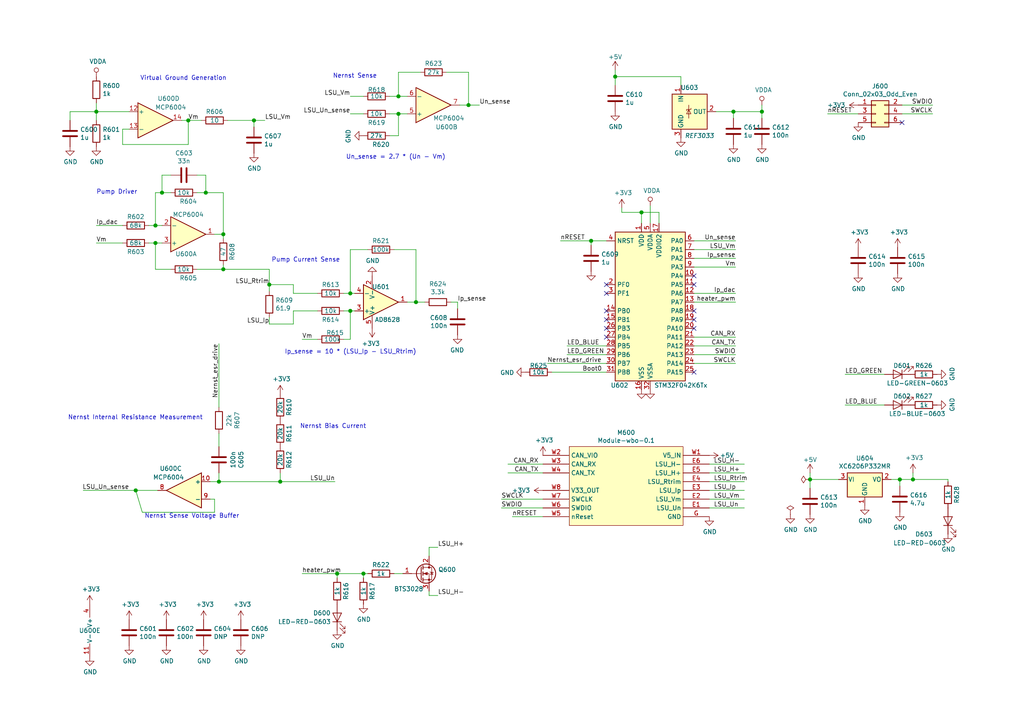
<source format=kicad_sch>
(kicad_sch (version 20210406) (generator eeschema)
  (paper "A4")
  (lib_symbols
    (symbol "Connector_Generic:Conn_02x03_Odd_Even" (pin_names (offset 1.016) hide)
      (property "Reference" "J" (at 1.27 5.08 0))
      (property "Value" "Conn_02x03_Odd_Even" (at 1.27 -5.08 0))
      (symbol "Conn_02x03_Odd_Even_1_1"
        (pin passive line (at -5.08 2.54 0) (length 3.81) (name "Pin_1") (number "1"))
        (pin passive line (at 7.62 2.54 180) (length 3.81) (name "Pin_2") (number "2"))
        (pin passive line (at -5.08 0 0) (length 3.81) (name "Pin_3") (number "3"))
        (pin passive line (at 7.62 0 180) (length 3.81) (name "Pin_4") (number "4"))
        (pin passive line (at -5.08 -2.54 0) (length 3.81) (name "Pin_5") (number "5"))
        (pin passive line (at 7.62 -2.54 180) (length 3.81) (name "Pin_6") (number "6"))
      )
    )
    (symbol "hellen-one-wbo-0.1:Module-wbo-0.1"
      (property "Reference" "M" (at 1.27 1.27 0))
      (property "Value" "Module-wbo-0.1" (at 8.89 -24.13 0))
      (symbol "Module-wbo-0.1_1_0"
        (pin passive line (at 40.64 -17.78 180) (length 7.62) (name "LSU_Un") (number "E1"))
        (pin passive line (at 40.64 -15.24 180) (length 7.62) (name "LSU_Vm") (number "E2"))
        (pin passive line (at 40.64 -12.7 180) (length 7.62) (name "LSU_Ip") (number "E3"))
        (pin passive line (at 40.64 -10.16 180) (length 7.62) (name "LSU_Rtrim") (number "E4"))
        (pin passive line (at 40.64 -7.62 180) (length 7.62) (name "LSU_H+") (number "E5"))
        (pin passive line (at 40.64 -5.08 180) (length 7.62) (name "LSU_H-") (number "E6"))
        (pin passive line (at 40.64 -20.32 180) (length 7.62) (name "GND") (number "G"))
        (pin passive line (at 40.64 -2.54 180) (length 7.62) (name "V5_IN") (number "W1"))
        (pin passive line (at -7.62 -2.54 0) (length 7.62) (name "CAN_VIO") (number "W2"))
        (pin passive line (at -7.62 -5.08 0) (length 7.62) (name "CAN_RX") (number "W3"))
        (pin passive line (at -7.62 -7.62 0) (length 7.62) (name "CAN_TX") (number "W4"))
        (pin passive line (at -7.62 -20.32 0) (length 7.62) (name "nReset") (number "W5"))
        (pin passive line (at -7.62 -17.78 0) (length 7.62) (name "SWDIO") (number "W6"))
        (pin passive line (at -7.62 -15.24 0) (length 7.62) (name "SWCLK") (number "W7"))
        (pin passive line (at -7.62 -12.7 0) (length 7.62) (name "V33_OUT") (number "W8"))
      )
    )
    (symbol "hellen1-wbo-rescue:+3.3V-power" (power) (pin_names (offset 0))
      (property "Value" "+3.3V-power" (at 0 3.556 0))
      (symbol "+3.3V-power_1_1"
        (pin power_in line (at 0 0 90) (length 0) hide (name "+3V3") (number "1"))
      )
    )
    (symbol "hellen1-wbo-rescue:+5V-power" (power) (pin_names (offset 0))
      (property "Value" "+5V-power" (at 0 3.556 0))
      (symbol "+5V-power_1_1"
        (pin power_in line (at 0 0 90) (length 0) hide (name "+5V") (number "1"))
      )
    )
    (symbol "hellen1-wbo-rescue:AD8603-Amplifier_Operational" (pin_names (offset 0.127))
      (property "Reference" "U" (at 0 5.08 0))
      (property "Value" "AD8603-Amplifier_Operational" (at 0 -5.08 0))
      (symbol "AD8603-Amplifier_Operational_0_1"
        (pin power_in line (at -2.54 -7.62 90) (length 3.81) (name "V-") (number "2"))
        (pin power_in line (at -2.54 7.62 270) (length 3.81) (name "V+") (number "5"))
      )
      (symbol "AD8603-Amplifier_Operational_1_1"
        (pin output line (at 7.62 0 180) (length 2.54) (name "~") (number "1"))
        (pin input line (at -7.62 2.54 0) (length 2.54) (name "+") (number "3"))
        (pin input line (at -7.62 -2.54 0) (length 2.54) (name "-") (number "4"))
      )
    )
    (symbol "hellen1-wbo-rescue:C-Device" (pin_numbers hide) (pin_names (offset 0.254))
      (property "Reference" "C" (at 0.635 2.54 0))
      (property "Value" "C-Device" (at 0.635 -2.54 0))
      (symbol "C-Device_1_1"
        (pin passive line (at 0 3.81 270) (length 2.794) (name "~") (number "1"))
        (pin passive line (at 0 -3.81 90) (length 2.794) (name "~") (number "2"))
      )
    )
    (symbol "hellen1-wbo-rescue:GND-power" (power) (pin_names (offset 0))
      (property "Value" "GND-power" (at 0 -3.81 0))
      (symbol "GND-power_1_1"
        (pin power_in line (at 0 0 270) (length 0) hide (name "GND") (number "1"))
      )
    )
    (symbol "hellen1-wbo-rescue:LED-Device" (pin_numbers hide) (pin_names (offset 1.016) hide)
      (property "Reference" "D" (at 0 2.54 0))
      (property "Value" "LED-Device" (at 0 -2.54 0))
      (symbol "LED-Device_1_1"
        (pin passive line (at -3.81 0 0) (length 2.54) (name "K") (number "1"))
        (pin passive line (at 3.81 0 180) (length 2.54) (name "A") (number "2"))
      )
    )
    (symbol "hellen1-wbo-rescue:MCP6004-Amplifier_Operational" (pin_names (offset 0.127))
      (property "Reference" "U" (at 0 5.08 0))
      (property "Value" "MCP6004-Amplifier_Operational" (at 0 -5.08 0))
      (symbol "MCP6004-Amplifier_Operational_1_1"
        (pin output line (at 7.62 0 180) (length 2.54) (name "~") (number "1"))
        (pin input line (at -7.62 -2.54 0) (length 2.54) (name "-") (number "2"))
        (pin input line (at -7.62 2.54 0) (length 2.54) (name "+") (number "3"))
      )
      (symbol "MCP6004-Amplifier_Operational_2_1"
        (pin input line (at -7.62 2.54 0) (length 2.54) (name "+") (number "5"))
        (pin input line (at -7.62 -2.54 0) (length 2.54) (name "-") (number "6"))
        (pin output line (at 7.62 0 180) (length 2.54) (name "~") (number "7"))
      )
      (symbol "MCP6004-Amplifier_Operational_3_1"
        (pin input line (at -7.62 2.54 0) (length 2.54) (name "+") (number "10"))
        (pin output line (at 7.62 0 180) (length 2.54) (name "~") (number "8"))
        (pin input line (at -7.62 -2.54 0) (length 2.54) (name "-") (number "9"))
      )
      (symbol "MCP6004-Amplifier_Operational_4_1"
        (pin input line (at -7.62 2.54 0) (length 2.54) (name "+") (number "12"))
        (pin input line (at -7.62 -2.54 0) (length 2.54) (name "-") (number "13"))
        (pin output line (at 7.62 0 180) (length 2.54) (name "~") (number "14"))
      )
      (symbol "MCP6004-Amplifier_Operational_5_1"
        (pin power_in line (at -2.54 -7.62 90) (length 3.81) (name "V-") (number "11"))
        (pin power_in line (at -2.54 7.62 270) (length 3.81) (name "V+") (number "4"))
      )
    )
    (symbol "hellen1-wbo-rescue:PWR_FLAG-power" (power) (pin_numbers hide) (pin_names (offset 0) hide)
      (property "Value" "PWR_FLAG-power" (at 0 3.81 0))
      (symbol "PWR_FLAG-power_0_0"
        (pin power_out line (at 0 0 90) (length 0) (name "pwr") (number "1"))
      )
    )
    (symbol "hellen1-wbo-rescue:Q_NMOS_GDS-Device" (pin_names (offset 0) hide)
      (property "Reference" "Q" (at 5.08 1.27 0))
      (property "Value" "Q_NMOS_GDS-Device" (at 5.08 -1.27 0))
      (symbol "Q_NMOS_GDS-Device_1_1"
        (pin input line (at -5.08 0 0) (length 2.54) (name "G") (number "1"))
        (pin passive line (at 2.54 5.08 270) (length 2.54) (name "D") (number "2"))
        (pin passive line (at 2.54 -5.08 90) (length 2.54) (name "S") (number "3"))
      )
    )
    (symbol "hellen1-wbo-rescue:R-Device" (pin_numbers hide) (pin_names (offset 0))
      (property "Reference" "R" (at 2.032 0 90))
      (property "Value" "R-Device" (at 0 0 90))
      (symbol "R-Device_1_1"
        (pin passive line (at 0 3.81 270) (length 1.27) (name "~") (number "1"))
        (pin passive line (at 0 -3.81 90) (length 1.27) (name "~") (number "2"))
      )
    )
    (symbol "hellen1-wbo-rescue:REF3033-Reference_Voltage" (pin_names (offset 0.254))
      (property "Reference" "U" (at 0 6.35 0))
      (property "Value" "REF3033-Reference_Voltage" (at 2.54 -6.35 0))
      (symbol "REF3033-Reference_Voltage_1_1"
        (pin power_in line (at -2.54 7.62 270) (length 2.54) (name "IN") (number "1"))
        (pin power_out line (at 7.62 0 180) (length 2.54) (name "OUT") (number "2"))
        (pin power_in line (at -2.54 -7.62 90) (length 2.54) (name "GND") (number "3"))
      )
    )
    (symbol "hellen1-wbo-rescue:STM32F042K6Tx-MCU_ST_STM32F0"
      (property "Reference" "U" (at -10.16 21.59 0))
      (property "Value" "STM32F042K6Tx-MCU_ST_STM32F0" (at 5.08 21.59 0))
      (symbol "STM32F042K6Tx-MCU_ST_STM32F0_1_1"
        (pin power_in line (at -2.54 22.86 270) (length 2.54) (name "VDD") (number "1"))
        (pin bidirectional line (at 12.7 7.62 180) (length 2.54) (name "PA4") (number "10"))
        (pin bidirectional line (at 12.7 5.08 180) (length 2.54) (name "PA5") (number "11"))
        (pin bidirectional line (at 12.7 2.54 180) (length 2.54) (name "PA6") (number "12"))
        (pin bidirectional line (at 12.7 0 180) (length 2.54) (name "PA7") (number "13"))
        (pin bidirectional line (at -12.7 -2.54 0) (length 2.54) (name "PB0") (number "14"))
        (pin bidirectional line (at -12.7 -5.08 0) (length 2.54) (name "PB1") (number "15"))
        (pin power_in line (at -2.54 -25.4 90) (length 2.54) (name "VSS") (number "16"))
        (pin power_in line (at 2.54 22.86 270) (length 2.54) (name "VDDIO2") (number "17"))
        (pin bidirectional line (at 12.7 -2.54 180) (length 2.54) (name "PA8") (number "18"))
        (pin bidirectional line (at 12.7 -5.08 180) (length 2.54) (name "PA9") (number "19"))
        (pin input line (at -12.7 5.08 0) (length 2.54) (name "PF0") (number "2"))
        (pin bidirectional line (at 12.7 -7.62 180) (length 2.54) (name "PA10") (number "20"))
        (pin bidirectional line (at 12.7 -10.16 180) (length 2.54) (name "PA11") (number "21"))
        (pin bidirectional line (at 12.7 -12.7 180) (length 2.54) (name "PA12") (number "22"))
        (pin bidirectional line (at 12.7 -15.24 180) (length 2.54) (name "PA13") (number "23"))
        (pin bidirectional line (at 12.7 -17.78 180) (length 2.54) (name "PA14") (number "24"))
        (pin bidirectional line (at 12.7 -20.32 180) (length 2.54) (name "PA15") (number "25"))
        (pin bidirectional line (at -12.7 -7.62 0) (length 2.54) (name "PB3") (number "26"))
        (pin bidirectional line (at -12.7 -10.16 0) (length 2.54) (name "PB4") (number "27"))
        (pin bidirectional line (at -12.7 -12.7 0) (length 2.54) (name "PB5") (number "28"))
        (pin bidirectional line (at -12.7 -15.24 0) (length 2.54) (name "PB6") (number "29"))
        (pin input line (at -12.7 2.54 0) (length 2.54) (name "PF1") (number "3"))
        (pin bidirectional line (at -12.7 -17.78 0) (length 2.54) (name "PB7") (number "30"))
        (pin bidirectional line (at -12.7 -20.32 0) (length 2.54) (name "PB8") (number "31"))
        (pin power_in line (at 0 -25.4 90) (length 2.54) (name "VSSA") (number "32"))
        (pin input line (at -12.7 17.78 0) (length 2.54) (name "NRST") (number "4"))
        (pin power_in line (at 0 22.86 270) (length 2.54) (name "VDDA") (number "5"))
        (pin bidirectional line (at 12.7 17.78 180) (length 2.54) (name "PA0") (number "6"))
        (pin bidirectional line (at 12.7 15.24 180) (length 2.54) (name "PA1") (number "7"))
        (pin bidirectional line (at 12.7 12.7 180) (length 2.54) (name "PA2") (number "8"))
        (pin bidirectional line (at 12.7 10.16 180) (length 2.54) (name "PA3") (number "9"))
      )
    )
    (symbol "hellen1-wbo-rescue:VDDA-power" (power) (pin_names (offset 0))
      (property "Value" "VDDA-power" (at 0 3.81 0))
      (symbol "VDDA-power_1_1"
        (pin power_in line (at 0 0 90) (length 0) hide (name "VDDA") (number "1"))
      )
    )
    (symbol "hellen1-wbo-rescue:XC6206PxxxMR-Regulator_Linear" (pin_names (offset 0.254))
      (property "Reference" "U" (at -3.81 3.175 0))
      (property "Value" "XC6206PxxxMR-Regulator_Linear" (at 0 3.175 0))
      (symbol "XC6206PxxxMR-Regulator_Linear_1_1"
        (pin power_in line (at 0 -7.62 90) (length 2.54) (name "GND") (number "1"))
        (pin power_out line (at 7.62 0 180) (length 2.54) (name "VO") (number "2"))
        (pin power_in line (at -7.62 0 0) (length 2.54) (name "VI") (number "3"))
      )
    )
  )
  (junction (at 27.94 32.385) (diameter 1.016))
  (junction (at 39.37 142.24) (diameter 1.016))
  (junction (at 45.085 65.405) (diameter 1.016))
  (junction (at 45.085 70.485) (diameter 1.016))
  (junction (at 46.99 55.88) (diameter 1.016))
  (junction (at 54.61 34.925) (diameter 1.016))
  (junction (at 59.69 55.88) (diameter 1.016))
  (junction (at 63.5 139.7) (diameter 1.016))
  (junction (at 64.77 67.945) (diameter 1.016))
  (junction (at 64.77 78.105) (diameter 1.016))
  (junction (at 73.66 34.925) (diameter 1.016))
  (junction (at 78.105 82.55) (diameter 1.016))
  (junction (at 81.28 139.7) (diameter 1.016))
  (junction (at 97.79 166.37) (diameter 1.016))
  (junction (at 101.6 85.09) (diameter 1.016))
  (junction (at 101.6 90.17) (diameter 1.016))
  (junction (at 105.41 166.37) (diameter 1.016))
  (junction (at 115.57 27.94) (diameter 1.016))
  (junction (at 115.57 33.02) (diameter 1.016))
  (junction (at 120.65 87.63) (diameter 1.016))
  (junction (at 135.89 30.48) (diameter 1.016))
  (junction (at 171.45 69.85) (diameter 1.016))
  (junction (at 178.435 22.225) (diameter 1.016))
  (junction (at 186.055 61.595) (diameter 1.016))
  (junction (at 212.725 32.385) (diameter 1.016))
  (junction (at 220.98 32.385) (diameter 1.016))
  (junction (at 234.95 139.065) (diameter 1.016))
  (junction (at 260.985 139.065) (diameter 1.016))
  (junction (at 264.795 139.065) (diameter 1.016))
  (no_connect (at 175.895 82.55))
  (no_connect (at 175.895 85.09))
  (no_connect (at 175.895 90.17))
  (no_connect (at 175.895 92.71))
  (no_connect (at 175.895 95.25))
  (no_connect (at 175.895 97.79))
  (no_connect (at 201.295 80.01))
  (no_connect (at 201.295 82.55))
  (no_connect (at 201.295 90.17))
  (no_connect (at 201.295 92.71))
  (no_connect (at 201.295 95.25))
  (no_connect (at 201.295 107.95))
  (no_connect (at 261.62 35.56))
  (wire (pts (xy 20.32 32.385) (xy 27.94 32.385)))
  (wire (pts (xy 20.32 34.925) (xy 20.32 32.385)))
  (wire (pts (xy 24.13 142.24) (xy 39.37 142.24)))
  (wire (pts (xy 27.94 29.845) (xy 27.94 32.385)))
  (wire (pts (xy 27.94 32.385) (xy 27.94 34.925)))
  (wire (pts (xy 27.94 32.385) (xy 37.465 32.385)))
  (wire (pts (xy 27.94 65.405) (xy 35.56 65.405)))
  (wire (pts (xy 27.94 70.485) (xy 35.56 70.485)))
  (wire (pts (xy 35.56 37.465) (xy 35.56 41.91)))
  (wire (pts (xy 35.56 41.91) (xy 54.61 41.91)))
  (wire (pts (xy 37.465 37.465) (xy 35.56 37.465)))
  (wire (pts (xy 39.37 142.24) (xy 41.275 148.59)))
  (wire (pts (xy 39.37 142.24) (xy 45.72 142.24)))
  (wire (pts (xy 41.275 148.59) (xy 62.23 148.59)))
  (wire (pts (xy 43.18 65.405) (xy 45.085 65.405)))
  (wire (pts (xy 43.18 70.485) (xy 45.085 70.485)))
  (wire (pts (xy 45.085 55.88) (xy 45.085 65.405)))
  (wire (pts (xy 45.085 55.88) (xy 46.99 55.88)))
  (wire (pts (xy 45.085 65.405) (xy 46.99 65.405)))
  (wire (pts (xy 45.085 70.485) (xy 46.99 70.485)))
  (wire (pts (xy 45.085 78.105) (xy 45.085 70.485)))
  (wire (pts (xy 46.99 50.8) (xy 46.99 55.88)))
  (wire (pts (xy 46.99 55.88) (xy 49.53 55.88)))
  (wire (pts (xy 49.53 50.8) (xy 46.99 50.8)))
  (wire (pts (xy 49.53 78.105) (xy 45.085 78.105)))
  (wire (pts (xy 54.61 34.925) (xy 52.705 34.925)))
  (wire (pts (xy 54.61 41.91) (xy 54.61 34.925)))
  (wire (pts (xy 57.15 50.8) (xy 59.69 50.8)))
  (wire (pts (xy 57.15 55.88) (xy 59.69 55.88)))
  (wire (pts (xy 57.15 78.105) (xy 64.77 78.105)))
  (wire (pts (xy 58.42 34.925) (xy 54.61 34.925)))
  (wire (pts (xy 59.69 50.8) (xy 59.69 55.88)))
  (wire (pts (xy 59.69 55.88) (xy 64.77 55.88)))
  (wire (pts (xy 60.96 139.7) (xy 63.5 139.7)))
  (wire (pts (xy 62.23 144.78) (xy 60.96 144.78)))
  (wire (pts (xy 62.23 148.59) (xy 62.23 144.78)))
  (wire (pts (xy 63.5 99.695) (xy 63.5 118.11)))
  (wire (pts (xy 63.5 129.54) (xy 63.5 125.73)))
  (wire (pts (xy 63.5 139.7) (xy 63.5 137.16)))
  (wire (pts (xy 63.5 139.7) (xy 81.28 139.7)))
  (wire (pts (xy 64.77 55.88) (xy 64.77 67.945)))
  (wire (pts (xy 64.77 67.945) (xy 62.23 67.945)))
  (wire (pts (xy 64.77 69.215) (xy 64.77 67.945)))
  (wire (pts (xy 64.77 78.105) (xy 64.77 76.835)))
  (wire (pts (xy 64.77 78.105) (xy 78.105 78.105)))
  (wire (pts (xy 73.66 34.925) (xy 66.04 34.925)))
  (wire (pts (xy 73.66 36.83) (xy 73.66 34.925)))
  (wire (pts (xy 76.835 34.925) (xy 73.66 34.925)))
  (wire (pts (xy 78.105 78.105) (xy 78.105 82.55)))
  (wire (pts (xy 78.105 82.55) (xy 85.09 82.55)))
  (wire (pts (xy 78.105 84.455) (xy 78.105 82.55)))
  (wire (pts (xy 78.105 92.075) (xy 78.105 93.98)))
  (wire (pts (xy 81.28 137.16) (xy 81.28 139.7)))
  (wire (pts (xy 81.28 139.7) (xy 97.155 139.7)))
  (wire (pts (xy 85.09 82.55) (xy 85.09 85.09)))
  (wire (pts (xy 85.09 85.09) (xy 92.075 85.09)))
  (wire (pts (xy 85.09 90.17) (xy 85.09 93.98)))
  (wire (pts (xy 85.09 93.98) (xy 78.105 93.98)))
  (wire (pts (xy 87.63 98.425) (xy 92.075 98.425)))
  (wire (pts (xy 87.63 166.37) (xy 97.79 166.37)))
  (wire (pts (xy 92.075 90.17) (xy 85.09 90.17)))
  (wire (pts (xy 97.79 166.37) (xy 105.41 166.37)))
  (wire (pts (xy 97.79 167.64) (xy 97.79 166.37)))
  (wire (pts (xy 99.695 85.09) (xy 101.6 85.09)))
  (wire (pts (xy 99.695 90.17) (xy 101.6 90.17)))
  (wire (pts (xy 99.695 98.425) (xy 101.6 98.425)))
  (wire (pts (xy 101.6 27.94) (xy 105.41 27.94)))
  (wire (pts (xy 101.6 33.02) (xy 105.41 33.02)))
  (wire (pts (xy 101.6 72.39) (xy 101.6 85.09)))
  (wire (pts (xy 101.6 85.09) (xy 102.87 85.09)))
  (wire (pts (xy 101.6 90.17) (xy 101.6 98.425)))
  (wire (pts (xy 101.6 90.17) (xy 102.87 90.17)))
  (wire (pts (xy 105.41 166.37) (xy 105.41 167.64)))
  (wire (pts (xy 106.68 72.39) (xy 101.6 72.39)))
  (wire (pts (xy 106.68 166.37) (xy 105.41 166.37)))
  (wire (pts (xy 113.03 33.02) (xy 115.57 33.02)))
  (wire (pts (xy 114.3 72.39) (xy 120.65 72.39)))
  (wire (pts (xy 115.57 20.955) (xy 121.92 20.955)))
  (wire (pts (xy 115.57 27.94) (xy 113.03 27.94)))
  (wire (pts (xy 115.57 27.94) (xy 115.57 20.955)))
  (wire (pts (xy 115.57 33.02) (xy 118.11 33.02)))
  (wire (pts (xy 115.57 39.37) (xy 113.03 39.37)))
  (wire (pts (xy 115.57 39.37) (xy 115.57 33.02)))
  (wire (pts (xy 116.84 166.37) (xy 114.3 166.37)))
  (wire (pts (xy 118.11 27.94) (xy 115.57 27.94)))
  (wire (pts (xy 120.65 72.39) (xy 120.65 87.63)))
  (wire (pts (xy 120.65 87.63) (xy 118.11 87.63)))
  (wire (pts (xy 120.65 87.63) (xy 123.19 87.63)))
  (wire (pts (xy 124.46 158.75) (xy 127 158.75)))
  (wire (pts (xy 124.46 161.29) (xy 124.46 158.75)))
  (wire (pts (xy 124.46 171.45) (xy 124.46 172.72)))
  (wire (pts (xy 124.46 172.72) (xy 127 172.72)))
  (wire (pts (xy 129.54 20.955) (xy 135.89 20.955)))
  (wire (pts (xy 132.715 87.63) (xy 130.81 87.63)))
  (wire (pts (xy 132.715 89.535) (xy 132.715 87.63)))
  (wire (pts (xy 135.89 20.955) (xy 135.89 30.48)))
  (wire (pts (xy 135.89 30.48) (xy 133.35 30.48)))
  (wire (pts (xy 139.065 30.48) (xy 135.89 30.48)))
  (wire (pts (xy 145.415 144.78) (xy 157.48 144.78)))
  (wire (pts (xy 148.59 149.86) (xy 157.48 149.86)))
  (wire (pts (xy 157.48 134.62) (xy 147.32 134.62)))
  (wire (pts (xy 157.48 137.16) (xy 147.32 137.16)))
  (wire (pts (xy 157.48 147.32) (xy 145.415 147.32)))
  (wire (pts (xy 158.75 105.41) (xy 175.895 105.41)))
  (wire (pts (xy 160.02 107.95) (xy 175.895 107.95)))
  (wire (pts (xy 164.465 100.33) (xy 175.895 100.33)))
  (wire (pts (xy 164.465 102.87) (xy 175.895 102.87)))
  (wire (pts (xy 171.45 69.85) (xy 162.56 69.85)))
  (wire (pts (xy 171.45 71.12) (xy 171.45 69.85)))
  (wire (pts (xy 175.895 69.85) (xy 171.45 69.85)))
  (wire (pts (xy 178.435 22.225) (xy 178.435 20.32)))
  (wire (pts (xy 178.435 24.765) (xy 178.435 22.225)))
  (wire (pts (xy 180.34 61.595) (xy 180.34 60.325)))
  (wire (pts (xy 180.34 61.595) (xy 186.055 61.595)))
  (wire (pts (xy 186.055 61.595) (xy 191.135 61.595)))
  (wire (pts (xy 186.055 64.77) (xy 186.055 61.595)))
  (wire (pts (xy 188.595 64.77) (xy 188.595 59.69)))
  (wire (pts (xy 191.135 61.595) (xy 191.135 64.77)))
  (wire (pts (xy 197.485 22.225) (xy 178.435 22.225)))
  (wire (pts (xy 197.485 24.765) (xy 197.485 22.225)))
  (wire (pts (xy 201.295 69.85) (xy 213.36 69.85)))
  (wire (pts (xy 201.295 74.93) (xy 213.36 74.93)))
  (wire (pts (xy 201.295 100.33) (xy 213.36 100.33)))
  (wire (pts (xy 201.295 102.87) (xy 213.36 102.87)))
  (wire (pts (xy 205.74 134.62) (xy 215.9 134.62)))
  (wire (pts (xy 205.74 137.16) (xy 215.9 137.16)))
  (wire (pts (xy 205.74 139.7) (xy 215.9 139.7)))
  (wire (pts (xy 205.74 142.24) (xy 215.9 142.24)))
  (wire (pts (xy 205.74 144.78) (xy 215.9 144.78)))
  (wire (pts (xy 205.74 147.32) (xy 215.9 147.32)))
  (wire (pts (xy 207.645 32.385) (xy 212.725 32.385)))
  (wire (pts (xy 212.725 32.385) (xy 212.725 34.29)))
  (wire (pts (xy 212.725 32.385) (xy 220.98 32.385)))
  (wire (pts (xy 213.36 72.39) (xy 201.295 72.39)))
  (wire (pts (xy 213.36 77.47) (xy 201.295 77.47)))
  (wire (pts (xy 213.36 85.09) (xy 201.295 85.09)))
  (wire (pts (xy 213.36 87.63) (xy 201.295 87.63)))
  (wire (pts (xy 213.36 97.79) (xy 201.295 97.79)))
  (wire (pts (xy 213.36 105.41) (xy 201.295 105.41)))
  (wire (pts (xy 220.98 30.48) (xy 220.98 32.385)))
  (wire (pts (xy 220.98 32.385) (xy 220.98 34.29)))
  (wire (pts (xy 234.95 137.16) (xy 234.95 139.065)))
  (wire (pts (xy 234.95 139.065) (xy 234.95 141.605)))
  (wire (pts (xy 240.03 33.02) (xy 248.92 33.02)))
  (wire (pts (xy 243.205 139.065) (xy 234.95 139.065)))
  (wire (pts (xy 245.11 108.585) (xy 256.54 108.585)))
  (wire (pts (xy 245.11 117.475) (xy 256.54 117.475)))
  (wire (pts (xy 260.985 139.065) (xy 258.445 139.065)))
  (wire (pts (xy 260.985 140.97) (xy 260.985 139.065)))
  (wire (pts (xy 261.62 30.48) (xy 270.51 30.48)))
  (wire (pts (xy 264.795 137.16) (xy 264.795 139.065)))
  (wire (pts (xy 264.795 139.065) (xy 260.985 139.065)))
  (wire (pts (xy 264.795 139.065) (xy 274.955 139.065)))
  (wire (pts (xy 270.51 33.02) (xy 261.62 33.02)))
  (wire (pts (xy 274.955 139.065) (xy 274.955 139.7)))
  (text "Nernst Internal Resistance Measurement" (at 19.685 121.92 0) (effects (font (size 1.27 1.27)) (justify left bottom)))
  (text "Pump Driver" (at 27.94 56.515 0) (effects (font (size 1.27 1.27)) (justify left bottom)))
  (text "Virtual Ground Generation" (at 40.64 23.495 0) (effects (font (size 1.27 1.27)) (justify left bottom)))
  (text "Nernst Sense Voltage Buffer" (at 41.91 150.495 0) (effects (font (size 1.27 1.27)) (justify left bottom)))
  (text "Pump Current Sense" (at 78.74 76.2 0) (effects (font (size 1.27 1.27)) (justify left bottom)))
  (text "Ip_sense = 10 * (LSU_Ip - LSU_Rtrim)" (at 82.55 102.87 0) (effects (font (size 1.27 1.27)) (justify left bottom)))
  (text "Nernst Bias Current" (at 86.995 124.46 0) (effects (font (size 1.27 1.27)) (justify left bottom)))
  (text "Nernst Sense" (at 96.52 22.86 0) (effects (font (size 1.27 1.27)) (justify left bottom)))
  (text "Un_sense = 2.7 * (Un - Vm)" (at 100.33 46.355 0) (effects (font (size 1.27 1.27)) (justify left bottom)))
  (label "Ip_dac" (at 27.94 65.405 0))
  (label "Vm" (at 27.94 70.485 0))
  (label "LSU_Un_sense" (at 37.465 142.24 180))
  (label "Vm" (at 54.61 34.925 0))
  (label "Nernst_esr_drive" (at 63.5 99.695 270))
  (label "LSU_Vm" (at 76.835 34.925 0))
  (label "LSU_Rtrim" (at 78.105 82.55 180))
  (label "LSU_Ip" (at 78.105 93.98 180))
  (label "Vm" (at 87.63 98.425 0))
  (label "heater_pwm" (at 87.63 166.37 0))
  (label "LSU_Un" (at 97.155 139.7 180))
  (label "LSU_Vm" (at 101.6 27.94 180))
  (label "LSU_Un_sense" (at 101.6 33.02 180))
  (label "LSU_H+" (at 127 158.75 0))
  (label "LSU_H-" (at 127 172.72 0))
  (label "Ip_sense" (at 132.715 87.63 0))
  (label "Un_sense" (at 139.065 30.48 0))
  (label "SWCLK" (at 145.415 144.78 0))
  (label "SWDIO" (at 145.415 147.32 0))
  (label "nRESET" (at 148.59 149.86 0))
  (label "CAN_RX" (at 156.21 134.62 180))
  (label "CAN_TX" (at 156.21 137.16 180))
  (label "Nernst_esr_drive" (at 158.75 105.41 0))
  (label "nRESET" (at 162.56 69.85 0))
  (label "LED_BLUE" (at 164.465 100.33 0))
  (label "LED_GREEN" (at 164.465 102.87 0))
  (label "Boot0" (at 168.91 107.95 0))
  (label "LSU_H-" (at 207.01 134.62 0))
  (label "LSU_H+" (at 207.01 137.16 0))
  (label "LSU_Rtrim" (at 207.01 139.7 0))
  (label "LSU_Ip" (at 207.01 142.24 0))
  (label "LSU_Vm" (at 207.01 144.78 0))
  (label "LSU_Un" (at 207.01 147.32 0))
  (label "Un_sense" (at 213.36 69.85 180))
  (label "LSU_Vm" (at 213.36 72.39 180))
  (label "Ip_sense" (at 213.36 74.93 180))
  (label "Vm" (at 213.36 77.47 180))
  (label "Ip_dac" (at 213.36 85.09 180))
  (label "heater_pwm" (at 213.36 87.63 180))
  (label "CAN_RX" (at 213.36 97.79 180))
  (label "CAN_TX" (at 213.36 100.33 180))
  (label "SWDIO" (at 213.36 102.87 180))
  (label "SWCLK" (at 213.36 105.41 180))
  (label "nRESET" (at 240.03 33.02 0))
  (label "LED_GREEN" (at 245.11 108.585 0))
  (label "LED_BLUE" (at 245.11 117.475 0))
  (label "SWDIO" (at 270.51 30.48 180))
  (label "SWCLK" (at 270.51 33.02 180))
  (symbol (lib_id "hellen1-wbo-rescue:VDDA-power") (at 27.94 22.225 0) (unit 1)
    (property "Reference" "#PWR0603" (effects hide))
    (property "Value" "VDDA" (at 28.3718 17.8308 0))
  )
  (symbol (lib_id "hellen1-wbo-rescue:VDDA-power") (at 188.595 59.69 0) (unit 1)
    (property "Reference" "#PWR0627" (effects hide))
    (property "Value" "VDDA" (at 189.0268 55.2958 0))
  )
  (symbol (lib_id "hellen1-wbo-rescue:VDDA-power") (at 220.98 30.48 0) (unit 1)
    (property "Reference" "#PWR0633" (effects hide))
    (property "Value" "VDDA" (at 221.4118 26.0858 0))
  )
  (symbol (lib_id "hellen1-wbo-rescue:+3.3V-power") (at 26.035 175.26 0) (unit 1)
    (property "Reference" "#PWR0601" (effects hide))
    (property "Value" "+3.3V" (at 26.416 170.8658 0))
  )
  (symbol (lib_id "hellen1-wbo-rescue:+3.3V-power") (at 37.465 179.705 0) (unit 1)
    (property "Reference" "#PWR0605" (effects hide))
    (property "Value" "+3.3V" (at 37.846 175.3108 0))
  )
  (symbol (lib_id "hellen1-wbo-rescue:+3.3V-power") (at 48.26 179.705 0) (unit 1)
    (property "Reference" "#PWR0607" (effects hide))
    (property "Value" "+3.3V" (at 48.641 175.3108 0))
  )
  (symbol (lib_id "hellen1-wbo-rescue:+3.3V-power") (at 59.055 179.705 0) (unit 1)
    (property "Reference" "#PWR0609" (effects hide))
    (property "Value" "+3.3V" (at 59.436 175.3108 0))
  )
  (symbol (lib_id "hellen1-wbo-rescue:+3.3V-power") (at 69.85 179.705 0) (unit 1)
    (property "Reference" "#PWR0611" (effects hide))
    (property "Value" "+3.3V" (at 70.231 175.3108 0))
  )
  (symbol (lib_id "hellen1-wbo-rescue:+3.3V-power") (at 81.28 114.3 0) (unit 1)
    (property "Reference" "#PWR0614" (effects hide))
    (property "Value" "+3.3V" (at 81.661 109.9058 0))
  )
  (symbol (lib_id "hellen1-wbo-rescue:+3.3V-power") (at 107.95 95.25 180) (unit 1)
    (property "Reference" "#PWR0619" (effects hide))
    (property "Value" "+3.3V" (at 107.569 99.6442 0))
  )
  (symbol (lib_id "hellen1-wbo-rescue:+3.3V-power") (at 157.48 132.08 0) (unit 1)
    (property "Reference" "#PWR?" (effects hide))
    (property "Value" "+3.3V" (at 157.861 127.6858 0))
  )
  (symbol (lib_id "hellen1-wbo-rescue:+3.3V-power") (at 157.48 142.24 90) (mirror x) (unit 1)
    (property "Reference" "#PWR?" (effects hide))
    (property "Value" "+3.3V" (at 151.13 142.24 90))
  )
  (symbol (lib_id "hellen1-wbo-rescue:+5V-power") (at 178.435 20.32 0) (unit 1)
    (property "Reference" "#PWR0623" (effects hide))
    (property "Value" "+5V" (at 178.435 16.51 0))
  )
  (symbol (lib_id "hellen1-wbo-rescue:+3.3V-power") (at 180.34 60.325 0) (unit 1)
    (property "Reference" "#PWR0625" (effects hide))
    (property "Value" "+3.3V" (at 180.721 55.9308 0))
  )
  (symbol (lib_id "hellen1-wbo-rescue:+5V-power") (at 205.74 132.08 270) (mirror x) (unit 1)
    (property "Reference" "#PWR0630" (effects hide))
    (property "Value" "+5V" (at 210.82 132.08 90))
  )
  (symbol (lib_id "hellen1-wbo-rescue:+5V-power") (at 234.95 137.16 0) (unit 1)
    (property "Reference" "#PWR0636" (effects hide))
    (property "Value" "+5V" (at 234.95 133.35 0))
  )
  (symbol (lib_id "hellen1-wbo-rescue:+3.3V-power") (at 248.92 30.48 90) (unit 1)
    (property "Reference" "#PWR0638" (effects hide))
    (property "Value" "+3.3V" (at 242.57 30.48 90))
  )
  (symbol (lib_id "hellen1-wbo-rescue:+3.3V-power") (at 248.92 71.755 0) (unit 1)
    (property "Reference" "#PWR0640" (effects hide))
    (property "Value" "+3.3V" (at 249.301 67.3608 0))
  )
  (symbol (lib_id "hellen1-wbo-rescue:+3.3V-power") (at 260.35 71.755 0) (unit 1)
    (property "Reference" "#PWR0643" (effects hide))
    (property "Value" "+3.3V" (at 260.731 67.3608 0))
  )
  (symbol (lib_id "hellen1-wbo-rescue:+3.3V-power") (at 264.795 137.16 0) (unit 1)
    (property "Reference" "#PWR0646" (effects hide))
    (property "Value" "+3.3V" (at 265.176 132.7658 0))
  )
  (symbol (lib_id "hellen1-wbo-rescue:PWR_FLAG-power") (at 229.235 149.225 0) (unit 1)
    (property "Reference" "#FLG0600" (effects hide))
    (property "Value" "PWR_FLAG" (effects hide))
  )
  (symbol (lib_id "hellen1-wbo-rescue:PWR_FLAG-power") (at 234.95 139.065 90) (unit 1)
    (property "Reference" "#FLG0601" (effects hide))
    (property "Value" "PWR_FLAG" (effects hide))
  )
  (symbol (lib_id "hellen1-wbo-rescue:GND-power") (at 20.32 42.545 0) (unit 1)
    (property "Reference" "#PWR0600" (effects hide))
    (property "Value" "GND" (at 20.447 46.9392 0))
  )
  (symbol (lib_id "hellen1-wbo-rescue:GND-power") (at 26.035 190.5 0) (unit 1)
    (property "Reference" "#PWR0602" (effects hide))
    (property "Value" "GND" (at 26.162 194.8942 0))
  )
  (symbol (lib_id "hellen1-wbo-rescue:GND-power") (at 27.94 42.545 0) (unit 1)
    (property "Reference" "#PWR0604" (effects hide))
    (property "Value" "GND" (at 28.067 46.9392 0))
  )
  (symbol (lib_id "hellen1-wbo-rescue:GND-power") (at 37.465 187.325 0) (unit 1)
    (property "Reference" "#PWR0606" (effects hide))
    (property "Value" "GND" (at 37.592 191.7192 0))
  )
  (symbol (lib_id "hellen1-wbo-rescue:GND-power") (at 48.26 187.325 0) (unit 1)
    (property "Reference" "#PWR0608" (effects hide))
    (property "Value" "GND" (at 48.387 191.7192 0))
  )
  (symbol (lib_id "hellen1-wbo-rescue:GND-power") (at 59.055 187.325 0) (unit 1)
    (property "Reference" "#PWR0610" (effects hide))
    (property "Value" "GND" (at 59.182 191.7192 0))
  )
  (symbol (lib_id "hellen1-wbo-rescue:GND-power") (at 69.85 187.325 0) (unit 1)
    (property "Reference" "#PWR0612" (effects hide))
    (property "Value" "GND" (at 69.977 191.7192 0))
  )
  (symbol (lib_id "hellen1-wbo-rescue:GND-power") (at 73.66 44.45 0) (unit 1)
    (property "Reference" "#PWR0613" (effects hide))
    (property "Value" "GND" (at 73.787 48.8442 0))
  )
  (symbol (lib_id "hellen1-wbo-rescue:GND-power") (at 97.79 182.88 0) (unit 1)
    (property "Reference" "#PWR0615" (effects hide))
    (property "Value" "GND" (at 97.917 187.2742 0))
  )
  (symbol (lib_id "hellen1-wbo-rescue:GND-power") (at 105.41 39.37 270) (unit 1)
    (property "Reference" "#PWR0616" (effects hide))
    (property "Value" "GND" (at 101.0158 39.497 0))
  )
  (symbol (lib_id "hellen1-wbo-rescue:GND-power") (at 105.41 175.26 0) (unit 1)
    (property "Reference" "#PWR0617" (effects hide))
    (property "Value" "GND" (at 105.537 179.6542 0))
  )
  (symbol (lib_id "hellen1-wbo-rescue:GND-power") (at 107.95 80.01 0) (mirror x) (unit 1)
    (property "Reference" "#PWR0618" (effects hide))
    (property "Value" "GND" (at 108.077 75.6158 0))
  )
  (symbol (lib_id "hellen1-wbo-rescue:GND-power") (at 132.715 97.155 0) (mirror y) (unit 1)
    (property "Reference" "#PWR0620" (effects hide))
    (property "Value" "GND" (at 132.588 101.5492 0))
  )
  (symbol (lib_id "hellen1-wbo-rescue:GND-power") (at 152.4 107.95 270) (unit 1)
    (property "Reference" "#PWR0621" (effects hide))
    (property "Value" "GND" (at 149.1488 108.077 90) (effects (justify right)))
  )
  (symbol (lib_id "hellen1-wbo-rescue:GND-power") (at 171.45 78.74 0) (unit 1)
    (property "Reference" "#PWR0622" (effects hide))
    (property "Value" "GND" (effects hide))
  )
  (symbol (lib_id "hellen1-wbo-rescue:GND-power") (at 178.435 32.385 0) (unit 1)
    (property "Reference" "#PWR0624" (effects hide))
    (property "Value" "GND" (at 178.562 36.7792 0))
  )
  (symbol (lib_id "hellen1-wbo-rescue:GND-power") (at 186.055 113.03 0) (unit 1)
    (property "Reference" "#PWR0626" (effects hide))
    (property "Value" "GND" (effects hide))
  )
  (symbol (lib_id "hellen1-wbo-rescue:GND-power") (at 188.595 113.03 0) (unit 1)
    (property "Reference" "#PWR0628" (effects hide))
    (property "Value" "GND" (effects hide))
  )
  (symbol (lib_id "hellen1-wbo-rescue:GND-power") (at 197.485 40.005 0) (unit 1)
    (property "Reference" "#PWR0629" (effects hide))
    (property "Value" "GND" (at 197.612 44.3992 0))
  )
  (symbol (lib_id "hellen1-wbo-rescue:GND-power") (at 205.74 149.86 0) (unit 1)
    (property "Reference" "#PWR0631" (effects hide))
    (property "Value" "GND" (at 205.867 154.2542 0))
  )
  (symbol (lib_id "hellen1-wbo-rescue:GND-power") (at 212.725 41.91 0) (unit 1)
    (property "Reference" "#PWR0632" (effects hide))
    (property "Value" "GND" (at 212.852 46.3042 0))
  )
  (symbol (lib_id "hellen1-wbo-rescue:GND-power") (at 220.98 41.91 0) (unit 1)
    (property "Reference" "#PWR0634" (effects hide))
    (property "Value" "GND" (at 221.107 46.3042 0))
  )
  (symbol (lib_id "hellen1-wbo-rescue:GND-power") (at 229.235 149.225 0) (unit 1)
    (property "Reference" "#PWR0635" (effects hide))
    (property "Value" "GND" (at 229.362 153.6192 0))
  )
  (symbol (lib_id "hellen1-wbo-rescue:GND-power") (at 234.95 149.225 0) (unit 1)
    (property "Reference" "#PWR0637" (effects hide))
    (property "Value" "GND" (at 235.077 153.6192 0))
  )
  (symbol (lib_id "hellen1-wbo-rescue:GND-power") (at 248.92 35.56 0) (unit 1)
    (property "Reference" "#PWR0639" (effects hide))
    (property "Value" "GND" (at 249.047 39.9542 0))
  )
  (symbol (lib_id "hellen1-wbo-rescue:GND-power") (at 248.92 79.375 0) (unit 1)
    (property "Reference" "#PWR0641" (effects hide))
    (property "Value" "GND" (at 249.047 83.7692 0))
  )
  (symbol (lib_id "hellen1-wbo-rescue:GND-power") (at 250.825 146.685 0) (unit 1)
    (property "Reference" "#PWR0642" (effects hide))
    (property "Value" "GND" (at 250.952 151.0792 0))
  )
  (symbol (lib_id "hellen1-wbo-rescue:GND-power") (at 260.35 79.375 0) (unit 1)
    (property "Reference" "#PWR0644" (effects hide))
    (property "Value" "GND" (at 260.477 83.7692 0))
  )
  (symbol (lib_id "hellen1-wbo-rescue:GND-power") (at 260.985 148.59 0) (unit 1)
    (property "Reference" "#PWR0645" (effects hide))
    (property "Value" "GND" (at 261.112 152.9842 0))
  )
  (symbol (lib_id "hellen1-wbo-rescue:GND-power") (at 271.78 108.585 90) (unit 1)
    (property "Reference" "#PWR0647" (effects hide))
    (property "Value" "GND" (at 276.1742 108.458 0))
  )
  (symbol (lib_id "hellen1-wbo-rescue:GND-power") (at 271.78 117.475 90) (unit 1)
    (property "Reference" "#PWR0648" (effects hide))
    (property "Value" "GND" (at 276.1742 117.348 0))
  )
  (symbol (lib_id "hellen1-wbo-rescue:GND-power") (at 274.955 154.94 0) (unit 1)
    (property "Reference" "#PWR0649" (effects hide))
    (property "Value" "GND" (at 275.082 159.3342 0))
  )
  (symbol (lib_id "hellen1-wbo-rescue:MCP6004-Amplifier_Operational") (at 28.575 182.88 0) (unit 5)
    (property "Reference" "U600" (at 26.035 182.88 0))
    (property "Value" "MCP6004" (effects hide))
    (property "Footprint" "Package_SO:TSSOP-14_4.4x5mm_P0.65mm" (effects hide))
    (property "Datasheet" "http://ww1.microchip.com/downloads/en/DeviceDoc/21733j.pdf" (effects hide))
    (property "LCSC" "C50282" (effects hide))
  )
  (symbol (lib_id "hellen1-wbo-rescue:R-Device") (at 27.94 26.035 0) (unit 1)
    (property "Reference" "R600" (at 29.718 24.8666 0) (effects (justify left)))
    (property "Value" "1k" (at 29.718 27.178 0) (effects (justify left)))
    (property "Footprint" "Resistor_SMD:R_0402_1005Metric" (effects hide))
    (property "LCSC" "C11702" (effects hide))
  )
  (symbol (lib_id "hellen1-wbo-rescue:R-Device") (at 27.94 38.735 0) (unit 1)
    (property "Reference" "R601" (at 29.718 37.5666 0) (effects (justify left)))
    (property "Value" "1k" (at 29.718 39.878 0) (effects (justify left)))
    (property "Footprint" "Resistor_SMD:R_0402_1005Metric" (effects hide))
    (property "LCSC" "C11702" (effects hide))
  )
  (symbol (lib_id "hellen1-wbo-rescue:R-Device") (at 39.37 65.405 90) (unit 1)
    (property "Reference" "R602" (at 39.37 62.865 90))
    (property "Value" "68k" (at 39.37 65.405 90))
    (property "Footprint" "Resistor_SMD:R_0402_1005Metric" (effects hide))
    (property "LCSC" "C36871" (effects hide))
  )
  (symbol (lib_id "hellen1-wbo-rescue:R-Device") (at 39.37 70.485 270) (unit 1)
    (property "Reference" "R603" (at 39.37 73.025 90))
    (property "Value" "68k" (at 39.37 70.485 90))
    (property "Footprint" "Resistor_SMD:R_0402_1005Metric" (effects hide))
    (property "LCSC" "C36871" (effects hide))
  )
  (symbol (lib_id "hellen1-wbo-rescue:R-Device") (at 53.34 55.88 270) (unit 1)
    (property "Reference" "R604" (at 52.07 58.42 90) (effects (justify left)))
    (property "Value" "10k" (at 51.435 55.88 90) (effects (justify left)))
    (property "Footprint" "Resistor_SMD:R_0402_1005Metric" (effects hide))
    (property "LCSC" "C25744" (effects hide))
  )
  (symbol (lib_id "hellen1-wbo-rescue:R-Device") (at 53.34 78.105 270) (unit 1)
    (property "Reference" "R605" (at 52.07 80.645 90) (effects (justify left)))
    (property "Value" "10k" (at 51.435 78.105 90) (effects (justify left)))
    (property "Footprint" "Resistor_SMD:R_0402_1005Metric" (effects hide))
    (property "LCSC" "C25744" (effects hide))
  )
  (symbol (lib_id "hellen1-wbo-rescue:R-Device") (at 62.23 34.925 270) (unit 1)
    (property "Reference" "R606" (at 62.23 32.385 90))
    (property "Value" "10" (at 62.23 34.925 90))
    (property "Footprint" "Resistor_SMD:R_0402_1005Metric" (effects hide))
    (property "LCSC" "C25077" (effects hide))
  )
  (symbol (lib_id "hellen1-wbo-rescue:R-Device") (at 63.5 121.92 180) (unit 1)
    (property "Reference" "R607" (at 68.7578 121.92 90))
    (property "Value" "22k" (at 66.4464 121.92 90))
    (property "Footprint" "Resistor_SMD:R_0402_1005Metric" (effects hide))
    (property "LCSC" "C25768" (effects hide))
  )
  (symbol (lib_id "hellen1-wbo-rescue:R-Device") (at 64.77 73.025 180) (unit 1)
    (property "Reference" "R608" (at 67.31 73.025 90))
    (property "Value" "47" (at 64.77 73.025 90))
    (property "Footprint" "Resistor_SMD:R_0402_1005Metric" (effects hide))
    (property "LCSC" "C25118" (effects hide))
  )
  (symbol (lib_id "hellen1-wbo-rescue:R-Device") (at 78.105 88.265 0) (unit 1)
    (property "Reference" "R609" (at 79.883 87.0966 0) (effects (justify left)))
    (property "Value" "61.9" (at 79.883 89.408 0) (effects (justify left)))
    (property "Footprint" "Resistor_SMD:R_0603_1608Metric" (effects hide))
    (property "LCSC" "C23092" (effects hide))
  )
  (symbol (lib_id "hellen1-wbo-rescue:R-Device") (at 81.28 118.11 180) (unit 1)
    (property "Reference" "R610" (at 83.82 118.11 90))
    (property "Value" "20k" (at 81.28 118.11 90))
    (property "Footprint" "Resistor_SMD:R_0402_1005Metric" (effects hide))
    (property "LCSC" "C25765" (effects hide))
  )
  (symbol (lib_id "hellen1-wbo-rescue:R-Device") (at 81.28 125.73 180) (unit 1)
    (property "Reference" "R611" (at 83.82 125.73 90))
    (property "Value" "20k" (at 81.28 125.73 90))
    (property "Footprint" "Resistor_SMD:R_0402_1005Metric" (effects hide))
    (property "LCSC" "C25765" (effects hide))
  )
  (symbol (lib_id "hellen1-wbo-rescue:R-Device") (at 81.28 133.35 180) (unit 1)
    (property "Reference" "R612" (at 83.82 133.35 90))
    (property "Value" "20k" (at 81.28 133.35 90))
    (property "Footprint" "Resistor_SMD:R_0402_1005Metric" (effects hide))
    (property "LCSC" "C25765" (effects hide))
  )
  (symbol (lib_id "hellen1-wbo-rescue:R-Device") (at 95.885 85.09 270) (unit 1)
    (property "Reference" "R613" (at 95.885 82.55 90))
    (property "Value" "10k" (at 95.885 85.09 90))
    (property "Footprint" "Resistor_SMD:R_0402_1005Metric" (effects hide))
    (property "LCSC" "C25744" (effects hide))
  )
  (symbol (lib_id "hellen1-wbo-rescue:R-Device") (at 95.885 90.17 270) (unit 1)
    (property "Reference" "R614" (at 95.885 92.71 90))
    (property "Value" "10k" (at 95.885 90.17 90))
    (property "Footprint" "Resistor_SMD:R_0402_1005Metric" (effects hide))
    (property "LCSC" "C25744" (effects hide))
  )
  (symbol (lib_id "hellen1-wbo-rescue:R-Device") (at 95.885 98.425 270) (unit 1)
    (property "Reference" "R615" (at 94.615 96.52 90) (effects (justify left)))
    (property "Value" "100k" (at 93.98 98.425 90) (effects (justify left)))
    (property "Footprint" "Resistor_SMD:R_0402_1005Metric" (effects hide))
    (property "LCSC" "C25741" (effects hide))
  )
  (symbol (lib_id "hellen1-wbo-rescue:R-Device") (at 97.79 171.45 180) (unit 1)
    (property "Reference" "R616" (at 100.33 171.45 90))
    (property "Value" "1k" (at 97.79 171.45 90))
    (property "Footprint" "Resistor_SMD:R_0402_1005Metric" (effects hide))
    (property "LCSC" "C11702" (effects hide))
  )
  (symbol (lib_id "hellen1-wbo-rescue:R-Device") (at 105.41 171.45 180) (unit 1)
    (property "Reference" "R617" (at 107.95 171.45 90))
    (property "Value" "1k" (at 105.41 171.45 90))
    (property "Footprint" "Resistor_SMD:R_0402_1005Metric" (effects hide))
    (property "LCSC" "C11702" (effects hide))
  )
  (symbol (lib_id "hellen1-wbo-rescue:R-Device") (at 109.22 27.94 90) (unit 1)
    (property "Reference" "R618" (at 109.22 26.035 90))
    (property "Value" "10k" (at 109.22 27.94 90))
    (property "Footprint" "Resistor_SMD:R_0402_1005Metric" (effects hide))
    (property "LCSC" "C25744" (effects hide))
  )
  (symbol (lib_id "hellen1-wbo-rescue:R-Device") (at 109.22 33.02 90) (unit 1)
    (property "Reference" "R619" (at 109.22 35.56 90))
    (property "Value" "10k" (at 109.22 33.02 90))
    (property "Footprint" "Resistor_SMD:R_0402_1005Metric" (effects hide))
    (property "LCSC" "C25744" (effects hide))
  )
  (symbol (lib_id "hellen1-wbo-rescue:R-Device") (at 109.22 39.37 270) (unit 1)
    (property "Reference" "R620" (at 107.95 41.91 90) (effects (justify left)))
    (property "Value" "27k" (at 107.315 39.37 90) (effects (justify left)))
    (property "Footprint" "Resistor_SMD:R_0402_1005Metric" (effects hide))
    (property "LCSC" "C25771" (effects hide))
  )
  (symbol (lib_id "hellen1-wbo-rescue:R-Device") (at 110.49 72.39 270) (unit 1)
    (property "Reference" "R621" (at 110.49 69.85 90))
    (property "Value" "100k" (at 110.49 72.39 90))
    (property "Footprint" "Resistor_SMD:R_0402_1005Metric" (effects hide))
    (property "LCSC" "C25741" (effects hide))
  )
  (symbol (lib_id "hellen1-wbo-rescue:R-Device") (at 110.49 166.37 270) (unit 1)
    (property "Reference" "R622" (at 110.49 163.83 90))
    (property "Value" "1k" (at 110.49 166.37 90))
    (property "Footprint" "Resistor_SMD:R_0402_1005Metric" (effects hide))
    (property "LCSC" "C11702" (effects hide))
  )
  (symbol (lib_id "hellen1-wbo-rescue:R-Device") (at 125.73 20.955 90) (unit 1)
    (property "Reference" "R623" (at 125.73 18.415 90))
    (property "Value" "27k" (at 125.73 20.955 90))
    (property "Footprint" "Resistor_SMD:R_0402_1005Metric" (effects hide))
    (property "LCSC" "C25771" (effects hide))
  )
  (symbol (lib_id "hellen1-wbo-rescue:R-Device") (at 127 87.63 90) (mirror x) (unit 1)
    (property "Reference" "R624" (at 127 82.3722 90))
    (property "Value" "3.3k" (at 127 84.6836 90))
    (property "Footprint" "Resistor_SMD:R_0402_1005Metric" (effects hide))
    (property "LCSC" "C25890" (effects hide))
  )
  (symbol (lib_id "hellen1-wbo-rescue:R-Device") (at 156.21 107.95 90) (unit 1)
    (property "Reference" "R625" (at 156.21 106.045 90))
    (property "Value" "10k" (at 156.21 107.95 90))
    (property "Footprint" "Resistor_SMD:R_0402_1005Metric" (effects hide))
    (property "LCSC" "C25744" (effects hide))
  )
  (symbol (lib_id "hellen1-wbo-rescue:R-Device") (at 267.97 108.585 270) (unit 1)
    (property "Reference" "R626" (at 267.97 106.045 90))
    (property "Value" "1k" (at 267.97 108.585 90))
    (property "Footprint" "Resistor_SMD:R_0402_1005Metric" (effects hide))
    (property "LCSC" "C11702" (effects hide))
  )
  (symbol (lib_id "hellen1-wbo-rescue:R-Device") (at 267.97 117.475 270) (unit 1)
    (property "Reference" "R627" (at 267.97 114.935 90))
    (property "Value" "1k" (at 267.97 117.475 90))
    (property "Footprint" "Resistor_SMD:R_0402_1005Metric" (effects hide))
    (property "LCSC" "C11702" (effects hide))
  )
  (symbol (lib_id "hellen1-wbo-rescue:R-Device") (at 274.955 143.51 180) (unit 1)
    (property "Reference" "R628" (at 277.495 143.51 90))
    (property "Value" "1k" (at 274.955 143.51 90))
    (property "Footprint" "Resistor_SMD:R_0402_1005Metric" (effects hide))
    (property "LCSC" "C11702" (effects hide))
  )
  (symbol (lib_id "hellen1-wbo-rescue:LED-Device") (at 97.79 179.07 90) (unit 1)
    (property "Reference" "D600" (at 90.805 177.8 90) (effects (justify right)))
    (property "Value" "LED-RED-0603" (at 80.645 180.34 90) (effects (justify right)))
    (property "Footprint" "LED_SMD:LED_0603_1608Metric" (effects hide))
    (property "LCSC" "C2286" (effects hide))
  )
  (symbol (lib_id "hellen1-wbo-rescue:LED-Device") (at 260.35 108.585 180) (unit 1)
    (property "Reference" "D601" (at 259.08 106.045 0) (effects (justify right)))
    (property "Value" "LED-GREEN-0603" (at 257.175 111.125 0) (effects (justify right)))
    (property "Footprint" "LED_SMD:LED_0603_1608Metric" (effects hide))
    (property "LCSC" "C72043" (effects hide))
  )
  (symbol (lib_id "hellen1-wbo-rescue:LED-Device") (at 260.35 117.475 180) (unit 1)
    (property "Reference" "D602" (at 259.08 114.935 0) (effects (justify right)))
    (property "Value" "LED-BLUE-0603" (at 257.81 120.015 0) (effects (justify right)))
    (property "Footprint" "LED_SMD:LED_0603_1608Metric" (effects hide))
    (property "LCSC" "C72041" (effects hide))
  )
  (symbol (lib_id "hellen1-wbo-rescue:LED-Device") (at 274.955 151.13 90) (unit 1)
    (property "Reference" "D603" (at 265.43 154.94 90) (effects (justify right)))
    (property "Value" "LED-RED-0603" (at 259.08 157.48 90) (effects (justify right)))
    (property "Footprint" "LED_SMD:LED_0603_1608Metric" (effects hide))
    (property "LCSC" "C2286" (effects hide))
  )
  (symbol (lib_id "hellen1-wbo-rescue:C-Device") (at 20.32 38.735 0) (unit 1)
    (property "Reference" "C600" (at 23.241 37.5666 0) (effects (justify left)))
    (property "Value" "1u" (at 23.241 39.878 0) (effects (justify left)))
    (property "Footprint" "Capacitor_SMD:C_0402_1005Metric" (effects hide))
    (property "LCSC" "C52923" (effects hide))
  )
  (symbol (lib_id "hellen1-wbo-rescue:C-Device") (at 37.465 183.515 0) (unit 1)
    (property "Reference" "C601" (at 40.386 182.3466 0) (effects (justify left)))
    (property "Value" "100n" (at 40.386 184.658 0) (effects (justify left)))
    (property "Footprint" "Capacitor_SMD:C_0402_1005Metric" (effects hide))
    (property "LCSC" "C1525" (effects hide))
  )
  (symbol (lib_id "hellen1-wbo-rescue:C-Device") (at 48.26 183.515 0) (unit 1)
    (property "Reference" "C602" (at 51.181 182.3466 0) (effects (justify left)))
    (property "Value" "100n" (at 51.181 184.658 0) (effects (justify left)))
    (property "Footprint" "Capacitor_SMD:C_0402_1005Metric" (effects hide))
    (property "LCSC" "C1525" (effects hide))
  )
  (symbol (lib_id "hellen1-wbo-rescue:C-Device") (at 53.34 50.8 270) (unit 1)
    (property "Reference" "C603" (at 53.34 44.3992 90))
    (property "Value" "33n" (at 53.34 46.7106 90))
    (property "Footprint" "Capacitor_SMD:C_0402_1005Metric" (effects hide))
    (property "LCSC" "C1585" (effects hide))
  )
  (symbol (lib_id "hellen1-wbo-rescue:C-Device") (at 59.055 183.515 0) (unit 1)
    (property "Reference" "C604" (at 61.976 182.3466 0) (effects (justify left)))
    (property "Value" "DNP" (at 61.976 184.658 0) (effects (justify left)))
    (property "Footprint" "Capacitor_SMD:C_0402_1005Metric" (effects hide))
  )
  (symbol (lib_id "hellen1-wbo-rescue:C-Device") (at 63.5 133.35 180) (unit 1)
    (property "Reference" "C605" (at 69.9008 133.35 90))
    (property "Value" "100n" (at 67.5894 133.35 90))
    (property "Footprint" "Capacitor_SMD:C_0402_1005Metric" (effects hide))
    (property "LCSC" "C1525" (effects hide))
  )
  (symbol (lib_id "hellen1-wbo-rescue:C-Device") (at 69.85 183.515 0) (unit 1)
    (property "Reference" "C606" (at 72.771 182.3466 0) (effects (justify left)))
    (property "Value" "DNP" (at 72.771 184.658 0) (effects (justify left)))
    (property "Footprint" "Capacitor_SMD:C_0402_1005Metric" (effects hide))
  )
  (symbol (lib_id "hellen1-wbo-rescue:C-Device") (at 73.66 40.64 0) (unit 1)
    (property "Reference" "C607" (at 76.581 39.4716 0) (effects (justify left)))
    (property "Value" "1u" (at 76.581 41.783 0) (effects (justify left)))
    (property "Footprint" "Capacitor_SMD:C_0402_1005Metric" (effects hide))
    (property "LCSC" "C52923" (effects hide))
  )
  (symbol (lib_id "hellen1-wbo-rescue:C-Device") (at 132.715 93.345 0) (mirror y) (unit 1)
    (property "Reference" "C608" (at 129.794 92.1766 0) (effects (justify left)))
    (property "Value" "100n" (at 129.794 94.488 0) (effects (justify left)))
    (property "Footprint" "Capacitor_SMD:C_0402_1005Metric" (effects hide))
    (property "LCSC" "C1525" (effects hide))
  )
  (symbol (lib_id "hellen1-wbo-rescue:C-Device") (at 171.45 74.93 0) (unit 1)
    (property "Reference" "C609" (at 174.371 73.7616 0) (effects (justify left)))
    (property "Value" "1u" (at 174.371 76.073 0) (effects (justify left)))
    (property "Footprint" "Capacitor_SMD:C_0402_1005Metric" (effects hide))
    (property "LCSC" "C52923" (effects hide))
  )
  (symbol (lib_id "hellen1-wbo-rescue:C-Device") (at 178.435 28.575 0) (unit 1)
    (property "Reference" "C610" (at 181.356 27.4066 0) (effects (justify left)))
    (property "Value" "1u" (at 181.356 29.718 0) (effects (justify left)))
    (property "Footprint" "Capacitor_SMD:C_0402_1005Metric" (effects hide))
    (property "LCSC" "C52923" (effects hide))
  )
  (symbol (lib_id "hellen1-wbo-rescue:C-Device") (at 212.725 38.1 0) (unit 1)
    (property "Reference" "C611" (at 215.646 36.9316 0) (effects (justify left)))
    (property "Value" "1u" (at 215.646 39.243 0) (effects (justify left)))
    (property "Footprint" "Capacitor_SMD:C_0402_1005Metric" (effects hide))
    (property "LCSC" "C52923" (effects hide))
  )
  (symbol (lib_id "hellen1-wbo-rescue:C-Device") (at 220.98 38.1 0) (unit 1)
    (property "Reference" "C612" (at 223.901 36.9316 0) (effects (justify left)))
    (property "Value" "100n" (at 223.901 39.243 0) (effects (justify left)))
    (property "Footprint" "Capacitor_SMD:C_0402_1005Metric" (effects hide))
    (property "LCSC" "C1525" (effects hide))
  )
  (symbol (lib_id "hellen1-wbo-rescue:C-Device") (at 234.95 145.415 0) (unit 1)
    (property "Reference" "C613" (at 237.871 144.2466 0) (effects (justify left)))
    (property "Value" "100n" (at 237.871 146.558 0) (effects (justify left)))
    (property "Footprint" "Capacitor_SMD:C_0402_1005Metric" (effects hide))
    (property "LCSC" "C1525" (effects hide))
  )
  (symbol (lib_id "hellen1-wbo-rescue:C-Device") (at 248.92 75.565 0) (unit 1)
    (property "Reference" "C614" (at 251.841 74.3966 0) (effects (justify left)))
    (property "Value" "100n" (at 251.841 76.708 0) (effects (justify left)))
    (property "Footprint" "Capacitor_SMD:C_0402_1005Metric" (effects hide))
    (property "LCSC" "C1525" (effects hide))
  )
  (symbol (lib_id "hellen1-wbo-rescue:C-Device") (at 260.35 75.565 0) (unit 1)
    (property "Reference" "C615" (at 263.271 74.3966 0) (effects (justify left)))
    (property "Value" "100n" (at 263.271 76.708 0) (effects (justify left)))
    (property "Footprint" "Capacitor_SMD:C_0402_1005Metric" (effects hide))
    (property "LCSC" "C1525" (effects hide))
  )
  (symbol (lib_id "hellen1-wbo-rescue:C-Device") (at 260.985 144.78 0) (unit 1)
    (property "Reference" "C616" (at 263.906 143.6116 0) (effects (justify left)))
    (property "Value" "4.7u" (at 263.906 145.923 0) (effects (justify left)))
    (property "Footprint" "Capacitor_SMD:C_0603_1608Metric" (effects hide))
    (property "LCSC" "C19666" (effects hide))
  )
  (symbol (lib_id "Connector_Generic:Conn_02x03_Odd_Even") (at 254 33.02 0) (unit 1) (in_bom no)
    (property "Reference" "J600" (at 255.27 24.9998 0))
    (property "Value" "Conn_02x03_Odd_Even" (at 255.27 27.2985 0))
    (property "Footprint" "Connector:Tag-Connect_TC2030-IDC-NL_2x03_P1.27mm_Vertical" (effects hide))
  )
  (symbol (lib_id "hellen1-wbo-rescue:Q_NMOS_GDS-Device") (at 121.92 166.37 0) (unit 1)
    (property "Reference" "Q600" (at 127.1016 165.2016 0) (effects (justify left)))
    (property "Value" "BTS3028" (at 114.3 170.815 0) (effects (justify left)))
    (property "Footprint" "Package_TO_SOT_SMD:TO-252-2" (effects hide))
    (property "LCSC" "C112639" (effects hide))
  )
  (symbol (lib_id "hellen1-wbo-rescue:XC6206PxxxMR-Regulator_Linear") (at 250.825 139.065 0) (unit 1)
    (property "Reference" "U604" (at 250.825 132.9182 0))
    (property "Value" "XC6206P332MR" (at 250.825 135.2296 0))
    (property "Footprint" "Package_TO_SOT_SMD:SOT-23" (effects hide))
    (property "Datasheet" "https://www.torexsemi.com/file/xc6206/XC6206.pdf" (effects hide))
    (property "LCSC" "C5446" (effects hide))
  )
  (symbol (lib_id "hellen1-wbo-rescue:MCP6004-Amplifier_Operational") (at 45.085 34.925 0) (unit 4)
    (property "Reference" "U600" (at 48.895 28.575 0))
    (property "Value" "MCP6004" (at 49.53 31.115 0))
    (property "Footprint" "Package_SO:TSSOP-14_4.4x5mm_P0.65mm" (effects hide))
    (property "Datasheet" "http://ww1.microchip.com/downloads/en/DeviceDoc/21733j.pdf" (effects hide))
    (property "LCSC" "C50282" (effects hide))
  )
  (symbol (lib_id "hellen1-wbo-rescue:MCP6004-Amplifier_Operational") (at 53.34 142.24 0) (mirror y) (unit 3)
    (property "Reference" "U600" (at 49.53 135.89 0))
    (property "Value" "MCP6004" (at 48.895 138.43 0))
    (property "Footprint" "Package_SO:TSSOP-14_4.4x5mm_P0.65mm" (effects hide))
    (property "Datasheet" "http://ww1.microchip.com/downloads/en/DeviceDoc/21733j.pdf" (effects hide))
    (property "LCSC" "C50282" (effects hide))
  )
  (symbol (lib_id "hellen1-wbo-rescue:MCP6004-Amplifier_Operational") (at 54.61 67.945 0) (mirror x) (unit 1)
    (property "Reference" "U600" (at 53.975 73.66 0))
    (property "Value" "MCP6004" (at 54.61 62.23 0))
    (property "Footprint" "Package_SO:TSSOP-14_4.4x5mm_P0.65mm" (effects hide))
    (property "Datasheet" "http://ww1.microchip.com/downloads/en/DeviceDoc/21733j.pdf" (effects hide))
    (property "LCSC" "C50282" (effects hide))
  )
  (symbol (lib_id "hellen1-wbo-rescue:MCP6004-Amplifier_Operational") (at 125.73 30.48 0) (mirror x) (unit 2)
    (property "Reference" "U600" (at 129.54 36.83 0))
    (property "Value" "MCP6004" (at 130.175 34.29 0))
    (property "Footprint" "Package_SO:TSSOP-14_4.4x5mm_P0.65mm" (effects hide))
    (property "Datasheet" "http://ww1.microchip.com/downloads/en/DeviceDoc/21733j.pdf" (effects hide))
    (property "LCSC" "C50282" (effects hide))
  )
  (symbol (lib_id "hellen1-wbo-rescue:REF3033-Reference_Voltage") (at 200.025 32.385 0) (unit 1)
    (property "Reference" "U603" (at 202.565 25.4 0) (effects (justify right)))
    (property "Value" "REF3033" (at 207.01 39.37 0) (effects (font italic) (justify right)))
    (property "Footprint" "Package_TO_SOT_SMD:SOT-23" (effects hide))
    (property "Datasheet" "http://www.ti.com/lit/ds/symlink/ref3033.pdf" (effects hide))
    (property "LCSC" "C36658" (effects hide))
  )
  (symbol (lib_id "hellen1-wbo-rescue:AD8603-Amplifier_Operational") (at 110.49 87.63 0) (mirror x) (unit 1)
    (property "Reference" "U601" (at 110.49 83.185 0))
    (property "Value" "AD8628" (at 112.395 92.71 0))
    (property "Footprint" "Package_TO_SOT_SMD:TSOT-23-5" (effects hide))
    (property "Datasheet" "https://www.analog.com/media/en/technical-documentation/data-sheets/AD8603_8607_8609.pdf" (effects hide))
    (property "LCSC" "C29309" (effects hide))
  )
  (symbol (lib_id "hellen-one-wbo-0.1:Module-wbo-0.1") (at 165.1 129.54 0) (unit 1)
    (property "Reference" "M600" (at 181.61 125.4568 0))
    (property "Value" "Module-wbo-0.1" (at 181.61 127.7555 0))
    (property "Footprint" "hellen-one-wbo-0.1:wbo" (effects hide))
  )
  (symbol (lib_id "hellen1-wbo-rescue:STM32F042K6Tx-MCU_ST_STM32F0") (at 188.595 87.63 0) (unit 1)
    (property "Reference" "U602" (at 179.705 111.76 0))
    (property "Value" "STM32F042K6Tx" (at 197.485 111.76 0))
    (property "Footprint" "Package_QFP:LQFP-32_7x7mm_P0.8mm" (effects hide))
    (property "Datasheet" "http://www.st.com/st-web-ui/static/active/en/resource/technical/document/datasheet/DM00105814.pdf" (effects hide))
    (property "LCSC" "C69216" (effects hide))
  )
)
</source>
